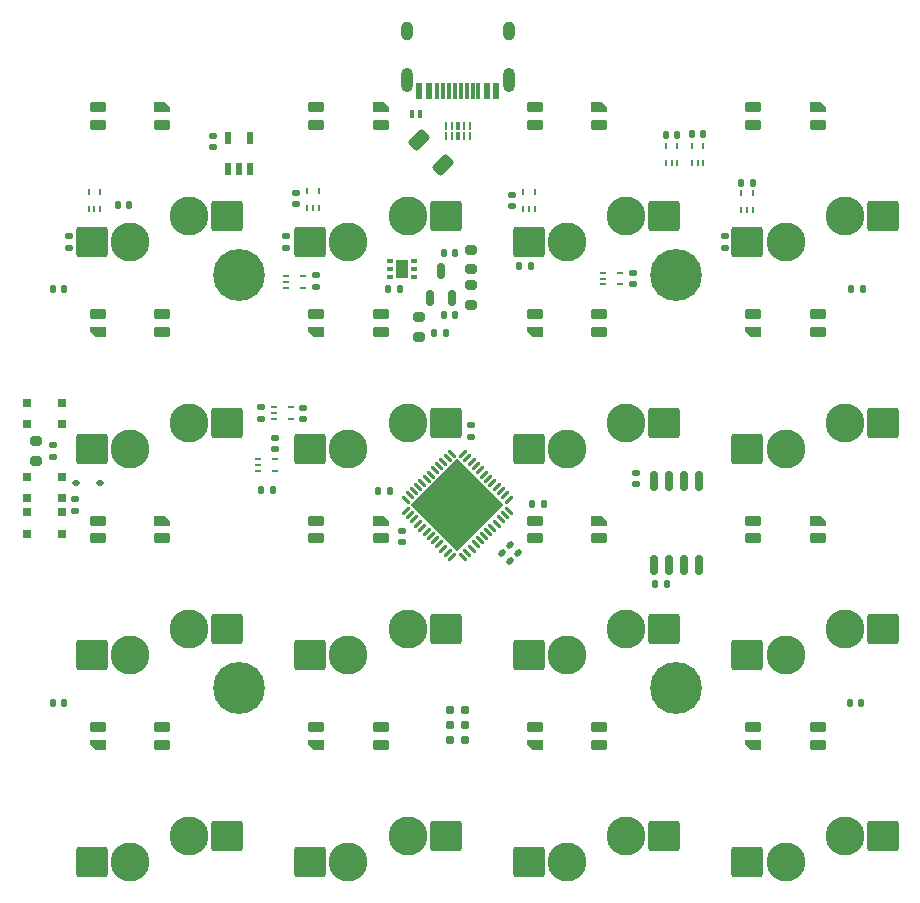
<source format=gbr>
%TF.GenerationSoftware,KiCad,Pcbnew,9.0.1*%
%TF.CreationDate,2025-04-04T22:51:44+11:00*%
%TF.ProjectId,Kobold,4b6f626f-6c64-42e6-9b69-6361645f7063,rev?*%
%TF.SameCoordinates,Original*%
%TF.FileFunction,Soldermask,Top*%
%TF.FilePolarity,Negative*%
%FSLAX46Y46*%
G04 Gerber Fmt 4.6, Leading zero omitted, Abs format (unit mm)*
G04 Created by KiCad (PCBNEW 9.0.1) date 2025-04-04 22:51:44*
%MOMM*%
%LPD*%
G01*
G04 APERTURE LIST*
G04 Aperture macros list*
%AMRoundRect*
0 Rectangle with rounded corners*
0 $1 Rounding radius*
0 $2 $3 $4 $5 $6 $7 $8 $9 X,Y pos of 4 corners*
0 Add a 4 corners polygon primitive as box body*
4,1,4,$2,$3,$4,$5,$6,$7,$8,$9,$2,$3,0*
0 Add four circle primitives for the rounded corners*
1,1,$1+$1,$2,$3*
1,1,$1+$1,$4,$5*
1,1,$1+$1,$6,$7*
1,1,$1+$1,$8,$9*
0 Add four rect primitives between the rounded corners*
20,1,$1+$1,$2,$3,$4,$5,0*
20,1,$1+$1,$4,$5,$6,$7,0*
20,1,$1+$1,$6,$7,$8,$9,0*
20,1,$1+$1,$8,$9,$2,$3,0*%
%AMRotRect*
0 Rectangle, with rotation*
0 The origin of the aperture is its center*
0 $1 length*
0 $2 width*
0 $3 Rotation angle, in degrees counterclockwise*
0 Add horizontal line*
21,1,$1,$2,0,0,$3*%
%AMFreePoly0*
4,1,18,-0.410000,0.265000,0.000000,0.675000,0.328000,0.675000,0.359380,0.668758,0.385983,0.650983,0.403758,0.624380,0.410000,0.593000,0.410000,-0.593000,0.403758,-0.624380,0.385983,-0.650983,0.359380,-0.668758,0.328000,-0.675000,-0.328000,-0.675000,-0.359380,-0.668758,-0.385983,-0.650983,-0.403758,-0.624380,-0.410000,-0.593000,-0.410000,0.265000,-0.410000,0.265000,$1*%
G04 Aperture macros list end*
%ADD10R,0.280000X0.580000*%
%ADD11RoundRect,0.140000X-0.219203X-0.021213X-0.021213X-0.219203X0.219203X0.021213X0.021213X0.219203X0*%
%ADD12RoundRect,0.140000X-0.170000X0.140000X-0.170000X-0.140000X0.170000X-0.140000X0.170000X0.140000X0*%
%ADD13RoundRect,0.200000X-0.275000X0.200000X-0.275000X-0.200000X0.275000X-0.200000X0.275000X0.200000X0*%
%ADD14C,3.300000*%
%ADD15RoundRect,0.260000X-1.065000X-1.040000X1.065000X-1.040000X1.065000X1.040000X-1.065000X1.040000X0*%
%ADD16RoundRect,0.135000X0.185000X-0.135000X0.185000X0.135000X-0.185000X0.135000X-0.185000X-0.135000X0*%
%ADD17C,4.400000*%
%ADD18RoundRect,0.150000X0.150000X-0.512500X0.150000X0.512500X-0.150000X0.512500X-0.150000X-0.512500X0*%
%ADD19R,0.500000X0.350000*%
%ADD20R,1.000000X1.600000*%
%ADD21R,0.600000X1.100000*%
%ADD22RoundRect,0.250000X-0.662913X-0.220971X-0.220971X-0.662913X0.662913X0.220971X0.220971X0.662913X0*%
%ADD23RoundRect,0.082000X-0.593000X0.328000X-0.593000X-0.328000X0.593000X-0.328000X0.593000X0.328000X0*%
%ADD24FreePoly0,270.000000*%
%ADD25RoundRect,0.140000X-0.140000X-0.170000X0.140000X-0.170000X0.140000X0.170000X-0.140000X0.170000X0*%
%ADD26RoundRect,0.050000X-0.150000X-0.300000X0.150000X-0.300000X0.150000X0.300000X-0.150000X0.300000X0*%
%ADD27RoundRect,0.140000X0.170000X-0.140000X0.170000X0.140000X-0.170000X0.140000X-0.170000X-0.140000X0*%
%ADD28RoundRect,0.135000X-0.135000X-0.185000X0.135000X-0.185000X0.135000X0.185000X-0.135000X0.185000X0*%
%ADD29RoundRect,0.140000X0.140000X0.170000X-0.140000X0.170000X-0.140000X-0.170000X0.140000X-0.170000X0*%
%ADD30RoundRect,0.082000X0.593000X-0.328000X0.593000X0.328000X-0.593000X0.328000X-0.593000X-0.328000X0*%
%ADD31FreePoly0,90.000000*%
%ADD32RoundRect,0.162500X0.162500X-0.650000X0.162500X0.650000X-0.162500X0.650000X-0.162500X-0.650000X0*%
%ADD33R,0.580000X0.280000*%
%ADD34RoundRect,0.200000X0.275000X-0.200000X0.275000X0.200000X-0.275000X0.200000X-0.275000X-0.200000X0*%
%ADD35R,0.800000X0.650000*%
%ADD36RoundRect,0.062500X-0.220971X-0.309359X0.309359X0.220971X0.220971X0.309359X-0.309359X-0.220971X0*%
%ADD37RoundRect,0.062500X0.220971X-0.309359X0.309359X-0.220971X-0.220971X0.309359X-0.309359X0.220971X0*%
%ADD38RotRect,5.600000X5.600000X45.000000*%
%ADD39RoundRect,0.135000X-0.185000X0.135000X-0.185000X-0.135000X0.185000X-0.135000X0.185000X0.135000X0*%
%ADD40R,0.600000X1.450000*%
%ADD41R,0.300000X1.450000*%
%ADD42O,1.000000X2.100000*%
%ADD43O,1.000000X1.600000*%
%ADD44R,0.200000X0.660000*%
%ADD45R,0.400000X0.660000*%
%ADD46C,0.787400*%
%ADD47RoundRect,0.112500X-0.187500X-0.112500X0.187500X-0.112500X0.187500X0.112500X-0.187500X0.112500X0*%
G04 APERTURE END LIST*
D10*
%TO.C,U1*%
X178600000Y-57000000D03*
X179100000Y-57000000D03*
X179600000Y-57000000D03*
X179600000Y-55560000D03*
X178600000Y-55560000D03*
%TD*%
D11*
%TO.C,C21*%
X164760589Y-90060589D03*
X165439411Y-90739411D03*
%TD*%
D12*
%TO.C,C13*%
X175800000Y-66320000D03*
X175800000Y-67280000D03*
%TD*%
D13*
%TO.C,R5*%
X162100000Y-67375000D03*
X162100000Y-69025000D03*
%TD*%
D11*
%TO.C,C17*%
X165460589Y-89360589D03*
X166139411Y-90039411D03*
%TD*%
D14*
%TO.C,SW14*%
X175250000Y-114000000D03*
D15*
X178495000Y-114000000D03*
X167005000Y-116200000D03*
D14*
X170250000Y-116200000D03*
%TD*%
%TO.C,SW11*%
X156750000Y-96500000D03*
D15*
X159995000Y-96500000D03*
X148505000Y-98700000D03*
D14*
X151750000Y-98700000D03*
%TD*%
D16*
%TO.C,R7*%
X183600000Y-64210000D03*
X183600000Y-63190000D03*
%TD*%
%TO.C,R11*%
X146500000Y-64210000D03*
X146500000Y-63190000D03*
%TD*%
D17*
%TO.C,H4*%
X179500000Y-101500000D03*
%TD*%
D18*
%TO.C,U4*%
X158618000Y-68415500D03*
X160518000Y-68415500D03*
X159568000Y-66140500D03*
%TD*%
D19*
%TO.C,U3*%
X157300000Y-66650000D03*
X157300000Y-66000000D03*
X157300000Y-65350000D03*
X155300000Y-65350000D03*
X155300000Y-66000000D03*
X155300000Y-66650000D03*
D20*
X156300000Y-66000000D03*
%TD*%
D21*
%TO.C,U5*%
X141550000Y-57500000D03*
X142500000Y-57500000D03*
X143450000Y-57500000D03*
X143450000Y-54900000D03*
X141550000Y-54900000D03*
%TD*%
D14*
%TO.C,SW13*%
X193750000Y-114000000D03*
D15*
X196995000Y-114000000D03*
X185505000Y-116200000D03*
D14*
X188750000Y-116200000D03*
%TD*%
D22*
%TO.C,R3*%
X157715856Y-55099856D03*
X159784144Y-57168144D03*
%TD*%
D23*
%TO.C,D10*%
X167525000Y-88800000D03*
X167525000Y-87300000D03*
D24*
X172975000Y-87300000D03*
D23*
X172975000Y-88800000D03*
%TD*%
D25*
%TO.C,C6*%
X126720000Y-67700000D03*
X127680000Y-67700000D03*
%TD*%
%TO.C,C26*%
X132240000Y-60560000D03*
X133200000Y-60560000D03*
%TD*%
%TO.C,C12*%
X185020000Y-58750000D03*
X185980000Y-58750000D03*
%TD*%
D23*
%TO.C,D12*%
X130525000Y-88800000D03*
X130525000Y-87300000D03*
D24*
X135975000Y-87300000D03*
D23*
X135975000Y-88800000D03*
%TD*%
D26*
%TO.C,D17*%
X157130000Y-52832000D03*
X157830000Y-52832000D03*
%TD*%
D27*
%TO.C,C19*%
X126700000Y-81880000D03*
X126700000Y-80920000D03*
%TD*%
%TO.C,C27*%
X128600000Y-86467000D03*
X128600000Y-85507000D03*
%TD*%
%TO.C,C11*%
X176050000Y-84230000D03*
X176050000Y-83270000D03*
%TD*%
D14*
%TO.C,SW5*%
X193750000Y-79000000D03*
D15*
X196995000Y-79000000D03*
X185505000Y-81200000D03*
D14*
X188750000Y-81200000D03*
%TD*%
D28*
%TO.C,R1*%
X158990000Y-71400000D03*
X160010000Y-71400000D03*
%TD*%
D10*
%TO.C,U11*%
X166550000Y-60920000D03*
X167050000Y-60920000D03*
X167550000Y-60920000D03*
X167550000Y-59480000D03*
X166550000Y-59480000D03*
%TD*%
D29*
%TO.C,C5*%
X195180000Y-102700000D03*
X194220000Y-102700000D03*
%TD*%
D25*
%TO.C,C8*%
X159820000Y-64600000D03*
X160780000Y-64600000D03*
%TD*%
D30*
%TO.C,D7*%
X154475000Y-69800000D03*
X154475000Y-71300000D03*
D31*
X149025000Y-71300000D03*
D30*
X149025000Y-69800000D03*
%TD*%
D14*
%TO.C,SW10*%
X175250000Y-96500000D03*
D15*
X178495000Y-96500000D03*
X167005000Y-98700000D03*
D14*
X170250000Y-98700000D03*
%TD*%
D29*
%TO.C,C18*%
X155240000Y-84800000D03*
X154280000Y-84800000D03*
%TD*%
D23*
%TO.C,D3*%
X149025000Y-53800000D03*
X149025000Y-52300000D03*
D24*
X154475000Y-52300000D03*
D23*
X154475000Y-53800000D03*
%TD*%
D12*
%TO.C,C14*%
X165600000Y-59720000D03*
X165600000Y-60680000D03*
%TD*%
D32*
%TO.C,U8*%
X177595000Y-91087500D03*
X178865000Y-91087500D03*
X180135000Y-91087500D03*
X181405000Y-91087500D03*
X181405000Y-83912500D03*
X180135000Y-83912500D03*
X178865000Y-83912500D03*
X177595000Y-83912500D03*
%TD*%
D17*
%TO.C,H1*%
X142500000Y-66500000D03*
%TD*%
D14*
%TO.C,SW16*%
X138250000Y-114000000D03*
D15*
X141495000Y-114000000D03*
X130005000Y-116200000D03*
D14*
X133250000Y-116200000D03*
%TD*%
%TO.C,SW6*%
X175250000Y-79000000D03*
D15*
X178495000Y-79000000D03*
X167005000Y-81200000D03*
D14*
X170250000Y-81200000D03*
%TD*%
D33*
%TO.C,U10*%
X173280000Y-66300000D03*
X173280000Y-66800000D03*
X173280000Y-67300000D03*
X174720000Y-67300000D03*
X174720000Y-66300000D03*
%TD*%
D29*
%TO.C,C3*%
X156080000Y-67700000D03*
X155120000Y-67700000D03*
%TD*%
D27*
%TO.C,C16*%
X162110000Y-80180000D03*
X162110000Y-79220000D03*
%TD*%
D23*
%TO.C,D2*%
X167525000Y-53800000D03*
X167525000Y-52300000D03*
D24*
X172975000Y-52300000D03*
D23*
X172975000Y-53800000D03*
%TD*%
D17*
%TO.C,H3*%
X142500000Y-101500000D03*
%TD*%
D34*
%TO.C,R2*%
X157700000Y-71725000D03*
X157700000Y-70075000D03*
%TD*%
D25*
%TO.C,C2*%
X180820000Y-54580000D03*
X181780000Y-54580000D03*
%TD*%
D33*
%TO.C,U12*%
X145460000Y-77700000D03*
X145460000Y-78200000D03*
X145460000Y-78700000D03*
X146900000Y-78700000D03*
X146900000Y-77700000D03*
%TD*%
D35*
%TO.C,SW18*%
X124500000Y-77350000D03*
X127500000Y-77350000D03*
X127500000Y-79150000D03*
X124500000Y-79150000D03*
%TD*%
D28*
%TO.C,R6*%
X177690000Y-92700000D03*
X178710000Y-92700000D03*
%TD*%
D14*
%TO.C,SW7*%
X156750000Y-79000000D03*
D15*
X159995000Y-79000000D03*
X148505000Y-81200000D03*
D14*
X151750000Y-81200000D03*
%TD*%
D36*
%TO.C,U7*%
X156599554Y-86486136D03*
X156953107Y-86839689D03*
X157306661Y-87193243D03*
X157660214Y-87546796D03*
X158013767Y-87900349D03*
X158367321Y-88253903D03*
X158720874Y-88607456D03*
X159074428Y-88961010D03*
X159427981Y-89314563D03*
X159781534Y-89668116D03*
X160135088Y-90021670D03*
X160488641Y-90375223D03*
D37*
X161460913Y-90375223D03*
X161814466Y-90021670D03*
X162168020Y-89668116D03*
X162521573Y-89314563D03*
X162875126Y-88961010D03*
X163228680Y-88607456D03*
X163582233Y-88253903D03*
X163935787Y-87900349D03*
X164289340Y-87546796D03*
X164642893Y-87193243D03*
X164996447Y-86839689D03*
X165350000Y-86486136D03*
D36*
X165350000Y-85513864D03*
X164996447Y-85160311D03*
X164642893Y-84806757D03*
X164289340Y-84453204D03*
X163935787Y-84099651D03*
X163582233Y-83746097D03*
X163228680Y-83392544D03*
X162875126Y-83038990D03*
X162521573Y-82685437D03*
X162168020Y-82331884D03*
X161814466Y-81978330D03*
X161460913Y-81624777D03*
D37*
X160488641Y-81624777D03*
X160135088Y-81978330D03*
X159781534Y-82331884D03*
X159427981Y-82685437D03*
X159074428Y-83038990D03*
X158720874Y-83392544D03*
X158367321Y-83746097D03*
X158013767Y-84099651D03*
X157660214Y-84453204D03*
X157306661Y-84806757D03*
X156953107Y-85160311D03*
X156599554Y-85513864D03*
D38*
X160974777Y-86000000D03*
%TD*%
D14*
%TO.C,SW12*%
X138250000Y-96500000D03*
D15*
X141495000Y-96500000D03*
X130005000Y-98700000D03*
D14*
X133250000Y-98700000D03*
%TD*%
D30*
%TO.C,D14*%
X172975000Y-104800000D03*
X172975000Y-106300000D03*
D31*
X167525000Y-106300000D03*
D30*
X167525000Y-104800000D03*
%TD*%
%TO.C,D13*%
X191475000Y-104800000D03*
X191475000Y-106300000D03*
D31*
X186025000Y-106300000D03*
D30*
X186025000Y-104800000D03*
%TD*%
D17*
%TO.C,H2*%
X179500000Y-66500000D03*
%TD*%
D12*
%TO.C,C10*%
X140300000Y-54720000D03*
X140300000Y-55680000D03*
%TD*%
D39*
%TO.C,R10*%
X144380000Y-77690000D03*
X144380000Y-78710000D03*
%TD*%
D23*
%TO.C,D4*%
X130525000Y-53800000D03*
X130525000Y-52300000D03*
D24*
X135975000Y-52300000D03*
D23*
X135975000Y-53800000D03*
%TD*%
D33*
%TO.C,U14*%
X146480000Y-66600000D03*
X146480000Y-67100000D03*
X146480000Y-67600000D03*
X147920000Y-67600000D03*
X147920000Y-66600000D03*
%TD*%
D10*
%TO.C,U2*%
X180800000Y-57000000D03*
X181300000Y-57000000D03*
X181800000Y-57000000D03*
X181800000Y-55560000D03*
X180800000Y-55560000D03*
%TD*%
D23*
%TO.C,D1*%
X186025000Y-53800000D03*
X186025000Y-52300000D03*
D24*
X191475000Y-52300000D03*
D23*
X191475000Y-53800000D03*
%TD*%
D14*
%TO.C,SW2*%
X175250000Y-61500000D03*
D15*
X178495000Y-61500000D03*
X167005000Y-63700000D03*
D14*
X170250000Y-63700000D03*
%TD*%
D12*
%TO.C,C22*%
X156310000Y-88140000D03*
X156310000Y-89100000D03*
%TD*%
D27*
%TO.C,C25*%
X145550000Y-81230000D03*
X145550000Y-80270000D03*
%TD*%
D14*
%TO.C,SW8*%
X138250000Y-79000000D03*
D15*
X141495000Y-79000000D03*
X130005000Y-81200000D03*
D14*
X133250000Y-81200000D03*
%TD*%
D30*
%TO.C,D5*%
X191475000Y-69800000D03*
X191475000Y-71300000D03*
D31*
X186025000Y-71300000D03*
D30*
X186025000Y-69800000D03*
%TD*%
D14*
%TO.C,SW4*%
X138250000Y-61500000D03*
D15*
X141495000Y-61500000D03*
X130005000Y-63700000D03*
D14*
X133250000Y-63700000D03*
%TD*%
D40*
%TO.C,J1*%
X164250000Y-50945000D03*
X163450000Y-50945000D03*
D41*
X162250000Y-50945000D03*
X161250000Y-50945000D03*
X160750000Y-50945000D03*
X159750000Y-50945000D03*
D40*
X158550000Y-50945000D03*
X157750000Y-50945000D03*
X157750000Y-50945000D03*
X158550000Y-50945000D03*
D41*
X159250000Y-50945000D03*
X160250000Y-50945000D03*
X161750000Y-50945000D03*
X162750000Y-50945000D03*
D40*
X163450000Y-50945000D03*
X164250000Y-50945000D03*
D42*
X165320000Y-50030000D03*
D43*
X165320000Y-45850000D03*
D42*
X156680000Y-50030000D03*
D43*
X156680000Y-45850000D03*
%TD*%
D28*
%TO.C,R13*%
X144340000Y-84700000D03*
X145360000Y-84700000D03*
%TD*%
D25*
%TO.C,C1*%
X178620000Y-54680000D03*
X179580000Y-54680000D03*
%TD*%
D12*
%TO.C,C23*%
X147300000Y-59520000D03*
X147300000Y-60480000D03*
%TD*%
D14*
%TO.C,SW15*%
X156750000Y-114000000D03*
D15*
X159995000Y-114000000D03*
X148505000Y-116200000D03*
D14*
X151750000Y-116200000D03*
%TD*%
D25*
%TO.C,C7*%
X126720000Y-102700000D03*
X127680000Y-102700000D03*
%TD*%
D12*
%TO.C,C24*%
X149000000Y-66520000D03*
X149000000Y-67480000D03*
%TD*%
D30*
%TO.C,D16*%
X135975000Y-104800000D03*
X135975000Y-106300000D03*
D31*
X130525000Y-106300000D03*
D30*
X130525000Y-104800000D03*
%TD*%
D33*
%TO.C,U15*%
X144080000Y-82100000D03*
X144080000Y-82600000D03*
X144080000Y-83100000D03*
X145520000Y-83100000D03*
X145520000Y-82100000D03*
%TD*%
D10*
%TO.C,U9*%
X184980000Y-61020000D03*
X185480000Y-61020000D03*
X185980000Y-61020000D03*
X185980000Y-59580000D03*
X184980000Y-59580000D03*
%TD*%
D14*
%TO.C,SW9*%
X193750000Y-96500000D03*
D15*
X196995000Y-96500000D03*
X185505000Y-98700000D03*
D14*
X188750000Y-98700000D03*
%TD*%
D12*
%TO.C,C15*%
X147900000Y-77720000D03*
X147900000Y-78680000D03*
%TD*%
D44*
%TO.C,U6*%
X160000000Y-54730000D03*
X160500001Y-54730000D03*
D45*
X161000000Y-54730000D03*
D44*
X161499999Y-54730000D03*
X162000000Y-54730000D03*
X162000000Y-53870000D03*
X161499999Y-53870000D03*
D45*
X161000000Y-53870000D03*
D44*
X160500001Y-53870000D03*
X160000000Y-53870000D03*
%TD*%
D46*
%TO.C,J2*%
X160359000Y-103290000D03*
X161629000Y-103290000D03*
X160359000Y-104560000D03*
X161629000Y-104560000D03*
X160359000Y-105830000D03*
X161629000Y-105830000D03*
%TD*%
D35*
%TO.C,SW17*%
X124500000Y-83600000D03*
X127500000Y-83600000D03*
X127500000Y-85400000D03*
X124500000Y-85400000D03*
%TD*%
D30*
%TO.C,D8*%
X135975000Y-69800000D03*
X135975000Y-71300000D03*
D31*
X130525000Y-71300000D03*
D30*
X130525000Y-69800000D03*
%TD*%
D29*
%TO.C,C9*%
X160800000Y-69900000D03*
X159840000Y-69900000D03*
%TD*%
D14*
%TO.C,SW3*%
X156750000Y-61500000D03*
D15*
X159995000Y-61500000D03*
X148505000Y-63700000D03*
D14*
X151750000Y-63700000D03*
%TD*%
D34*
%TO.C,R9*%
X125300000Y-82225000D03*
X125300000Y-80575000D03*
%TD*%
D10*
%TO.C,U13*%
X148270000Y-60860000D03*
X148770000Y-60860000D03*
X149270000Y-60860000D03*
X149270000Y-59420000D03*
X148270000Y-59420000D03*
%TD*%
D30*
%TO.C,D6*%
X172975000Y-69800000D03*
X172975000Y-71300000D03*
D31*
X167525000Y-71300000D03*
D30*
X167525000Y-69800000D03*
%TD*%
D29*
%TO.C,C4*%
X195280000Y-67700000D03*
X194320000Y-67700000D03*
%TD*%
D23*
%TO.C,D9*%
X186025000Y-88800000D03*
X186025000Y-87300000D03*
D24*
X191475000Y-87300000D03*
D23*
X191475000Y-88800000D03*
%TD*%
D14*
%TO.C,SW1*%
X193750000Y-61500000D03*
D15*
X196995000Y-61500000D03*
X185505000Y-63700000D03*
D14*
X188750000Y-63700000D03*
%TD*%
D35*
%TO.C,SW19*%
X124500000Y-86600000D03*
X127500000Y-86600000D03*
X127500000Y-88400000D03*
X124500000Y-88400000D03*
%TD*%
D13*
%TO.C,R4*%
X162100000Y-64375000D03*
X162100000Y-66025000D03*
%TD*%
D10*
%TO.C,U16*%
X129740000Y-60880000D03*
X130240000Y-60880000D03*
X130740000Y-60880000D03*
X130740000Y-59440000D03*
X129740000Y-59440000D03*
%TD*%
D23*
%TO.C,D11*%
X149025000Y-88800000D03*
X149025000Y-87300000D03*
D24*
X154475000Y-87300000D03*
D23*
X154475000Y-88800000D03*
%TD*%
D16*
%TO.C,R12*%
X128060000Y-64180000D03*
X128060000Y-63160000D03*
%TD*%
D28*
%TO.C,R8*%
X166190000Y-65700000D03*
X167210000Y-65700000D03*
%TD*%
D25*
%TO.C,C20*%
X167320000Y-85900000D03*
X168280000Y-85900000D03*
%TD*%
D30*
%TO.C,D15*%
X154475000Y-104800000D03*
X154475000Y-106300000D03*
D31*
X149025000Y-106300000D03*
D30*
X149025000Y-104800000D03*
%TD*%
D47*
%TO.C,D18*%
X128650000Y-84100000D03*
X130750000Y-84100000D03*
%TD*%
M02*

</source>
